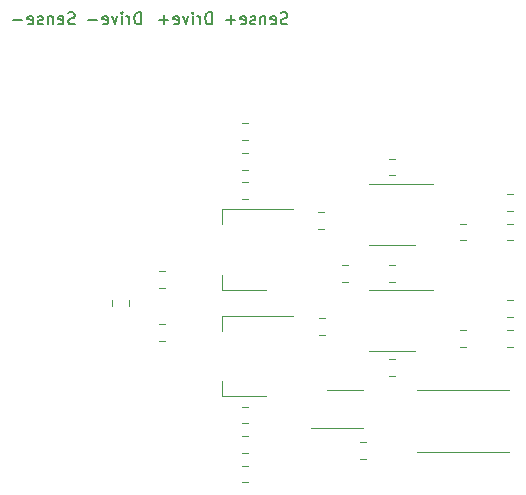
<source format=gbr>
%TF.GenerationSoftware,KiCad,Pcbnew,(5.1.6)-1*%
%TF.CreationDate,2020-11-02T11:11:50+01:00*%
%TF.ProjectId,ltz10v,6c747a31-3076-42e6-9b69-6361645f7063,rev?*%
%TF.SameCoordinates,Original*%
%TF.FileFunction,Legend,Bot*%
%TF.FilePolarity,Positive*%
%FSLAX46Y46*%
G04 Gerber Fmt 4.6, Leading zero omitted, Abs format (unit mm)*
G04 Created by KiCad (PCBNEW (5.1.6)-1) date 2020-11-02 11:11:50*
%MOMM*%
%LPD*%
G01*
G04 APERTURE LIST*
%ADD10C,0.120000*%
%ADD11C,0.150000*%
G04 APERTURE END LIST*
D10*
%TO.C,R940*%
X168113748Y-101660000D02*
X175886252Y-101660000D01*
X168113748Y-96340000D02*
X175886252Y-96340000D01*
%TO.C,R942*%
X171741422Y-91290000D02*
X172258578Y-91290000D01*
X171741422Y-92710000D02*
X172258578Y-92710000D01*
%TO.C,R941*%
X175741422Y-91290000D02*
X176258578Y-91290000D01*
X175741422Y-92710000D02*
X176258578Y-92710000D01*
%TO.C,R939*%
X142290000Y-89258578D02*
X142290000Y-88741422D01*
X143710000Y-89258578D02*
X143710000Y-88741422D01*
%TO.C,R938*%
X163758578Y-102210000D02*
X163241422Y-102210000D01*
X163758578Y-100790000D02*
X163241422Y-100790000D01*
%TO.C,C33*%
X165741422Y-85790000D02*
X166258578Y-85790000D01*
X165741422Y-87210000D02*
X166258578Y-87210000D01*
%TO.C,C32*%
X153758578Y-104210000D02*
X153241422Y-104210000D01*
X153758578Y-102790000D02*
X153241422Y-102790000D01*
%TO.C,C31*%
X153758578Y-101710000D02*
X153241422Y-101710000D01*
X153758578Y-100290000D02*
X153241422Y-100290000D01*
%TO.C,C30*%
X175741422Y-88790000D02*
X176258578Y-88790000D01*
X175741422Y-90210000D02*
X176258578Y-90210000D01*
%TO.C,C29*%
X165741422Y-93790000D02*
X166258578Y-93790000D01*
X165741422Y-95210000D02*
X166258578Y-95210000D01*
%TO.C,C28*%
X161741422Y-85790000D02*
X162258578Y-85790000D01*
X161741422Y-87210000D02*
X162258578Y-87210000D01*
%TO.C,C27*%
X153758578Y-75210000D02*
X153241422Y-75210000D01*
X153758578Y-73790000D02*
X153241422Y-73790000D01*
%TO.C,C26*%
X153758578Y-77710000D02*
X153241422Y-77710000D01*
X153758578Y-76290000D02*
X153241422Y-76290000D01*
%TO.C,C25*%
X165741422Y-76790000D02*
X166258578Y-76790000D01*
X165741422Y-78210000D02*
X166258578Y-78210000D01*
%TO.C,RN1*%
X162000000Y-99610000D02*
X159125000Y-99610000D01*
X162000000Y-99610000D02*
X163500000Y-99610000D01*
X162000000Y-96390000D02*
X160500000Y-96390000D01*
X162000000Y-96390000D02*
X163500000Y-96390000D01*
%TO.C,R935*%
X153241422Y-97790000D02*
X153758578Y-97790000D01*
X153241422Y-99210000D02*
X153758578Y-99210000D01*
%TO.C,R934*%
X159803922Y-90290000D02*
X160321078Y-90290000D01*
X159803922Y-91710000D02*
X160321078Y-91710000D01*
%TO.C,R933*%
X146758578Y-92210000D02*
X146241422Y-92210000D01*
X146758578Y-90790000D02*
X146241422Y-90790000D01*
%TO.C,R932*%
X146241422Y-86290000D02*
X146758578Y-86290000D01*
X146241422Y-87710000D02*
X146758578Y-87710000D01*
%TO.C,R931*%
X159741422Y-81290000D02*
X160258578Y-81290000D01*
X159741422Y-82710000D02*
X160258578Y-82710000D01*
%TO.C,R930*%
X171741422Y-82290000D02*
X172258578Y-82290000D01*
X171741422Y-83710000D02*
X172258578Y-83710000D01*
%TO.C,R929*%
X175741422Y-82290000D02*
X176258578Y-82290000D01*
X175741422Y-83710000D02*
X176258578Y-83710000D01*
%TO.C,R928*%
X153241422Y-78790000D02*
X153758578Y-78790000D01*
X153241422Y-80210000D02*
X153758578Y-80210000D01*
%TO.C,Q5*%
X157600000Y-90090000D02*
X151590000Y-90090000D01*
X155350000Y-96910000D02*
X151590000Y-96910000D01*
X151590000Y-90090000D02*
X151590000Y-91350000D01*
X151590000Y-96910000D02*
X151590000Y-95650000D01*
%TO.C,Q4*%
X157600000Y-81090000D02*
X151590000Y-81090000D01*
X155350000Y-87910000D02*
X151590000Y-87910000D01*
X151590000Y-81090000D02*
X151590000Y-82350000D01*
X151590000Y-87910000D02*
X151590000Y-86650000D01*
%TO.C,C19*%
X175741422Y-79790000D02*
X176258578Y-79790000D01*
X175741422Y-81210000D02*
X176258578Y-81210000D01*
%TO.C,U2*%
X166000000Y-93060000D02*
X164050000Y-93060000D01*
X166000000Y-93060000D02*
X167950000Y-93060000D01*
X166000000Y-87940000D02*
X164050000Y-87940000D01*
X166000000Y-87940000D02*
X169450000Y-87940000D01*
%TO.C,U1*%
X166000000Y-84060000D02*
X164050000Y-84060000D01*
X166000000Y-84060000D02*
X167950000Y-84060000D01*
X166000000Y-78940000D02*
X164050000Y-78940000D01*
X166000000Y-78940000D02*
X169450000Y-78940000D01*
%TO.C,J12*%
D11*
X144738095Y-65412380D02*
X144738095Y-64412380D01*
X144500000Y-64412380D01*
X144357142Y-64460000D01*
X144261904Y-64555238D01*
X144214285Y-64650476D01*
X144166666Y-64840952D01*
X144166666Y-64983809D01*
X144214285Y-65174285D01*
X144261904Y-65269523D01*
X144357142Y-65364761D01*
X144500000Y-65412380D01*
X144738095Y-65412380D01*
X143738095Y-65412380D02*
X143738095Y-64745714D01*
X143738095Y-64936190D02*
X143690476Y-64840952D01*
X143642857Y-64793333D01*
X143547619Y-64745714D01*
X143452380Y-64745714D01*
X143119047Y-65412380D02*
X143119047Y-64745714D01*
X143119047Y-64412380D02*
X143166666Y-64460000D01*
X143119047Y-64507619D01*
X143071428Y-64460000D01*
X143119047Y-64412380D01*
X143119047Y-64507619D01*
X142738095Y-64745714D02*
X142500000Y-65412380D01*
X142261904Y-64745714D01*
X141500000Y-65364761D02*
X141595238Y-65412380D01*
X141785714Y-65412380D01*
X141880952Y-65364761D01*
X141928571Y-65269523D01*
X141928571Y-64888571D01*
X141880952Y-64793333D01*
X141785714Y-64745714D01*
X141595238Y-64745714D01*
X141500000Y-64793333D01*
X141452380Y-64888571D01*
X141452380Y-64983809D01*
X141928571Y-65079047D01*
X141023809Y-65031428D02*
X140261904Y-65031428D01*
%TO.C,J11*%
X139119047Y-65364761D02*
X138976190Y-65412380D01*
X138738095Y-65412380D01*
X138642857Y-65364761D01*
X138595238Y-65317142D01*
X138547619Y-65221904D01*
X138547619Y-65126666D01*
X138595238Y-65031428D01*
X138642857Y-64983809D01*
X138738095Y-64936190D01*
X138928571Y-64888571D01*
X139023809Y-64840952D01*
X139071428Y-64793333D01*
X139119047Y-64698095D01*
X139119047Y-64602857D01*
X139071428Y-64507619D01*
X139023809Y-64460000D01*
X138928571Y-64412380D01*
X138690476Y-64412380D01*
X138547619Y-64460000D01*
X137738095Y-65364761D02*
X137833333Y-65412380D01*
X138023809Y-65412380D01*
X138119047Y-65364761D01*
X138166666Y-65269523D01*
X138166666Y-64888571D01*
X138119047Y-64793333D01*
X138023809Y-64745714D01*
X137833333Y-64745714D01*
X137738095Y-64793333D01*
X137690476Y-64888571D01*
X137690476Y-64983809D01*
X138166666Y-65079047D01*
X137261904Y-64745714D02*
X137261904Y-65412380D01*
X137261904Y-64840952D02*
X137214285Y-64793333D01*
X137119047Y-64745714D01*
X136976190Y-64745714D01*
X136880952Y-64793333D01*
X136833333Y-64888571D01*
X136833333Y-65412380D01*
X136404761Y-65364761D02*
X136309523Y-65412380D01*
X136119047Y-65412380D01*
X136023809Y-65364761D01*
X135976190Y-65269523D01*
X135976190Y-65221904D01*
X136023809Y-65126666D01*
X136119047Y-65079047D01*
X136261904Y-65079047D01*
X136357142Y-65031428D01*
X136404761Y-64936190D01*
X136404761Y-64888571D01*
X136357142Y-64793333D01*
X136261904Y-64745714D01*
X136119047Y-64745714D01*
X136023809Y-64793333D01*
X135166666Y-65364761D02*
X135261904Y-65412380D01*
X135452380Y-65412380D01*
X135547619Y-65364761D01*
X135595238Y-65269523D01*
X135595238Y-64888571D01*
X135547619Y-64793333D01*
X135452380Y-64745714D01*
X135261904Y-64745714D01*
X135166666Y-64793333D01*
X135119047Y-64888571D01*
X135119047Y-64983809D01*
X135595238Y-65079047D01*
X134690476Y-65031428D02*
X133928571Y-65031428D01*
%TO.C,J10*%
X150738095Y-65412380D02*
X150738095Y-64412380D01*
X150500000Y-64412380D01*
X150357142Y-64460000D01*
X150261904Y-64555238D01*
X150214285Y-64650476D01*
X150166666Y-64840952D01*
X150166666Y-64983809D01*
X150214285Y-65174285D01*
X150261904Y-65269523D01*
X150357142Y-65364761D01*
X150500000Y-65412380D01*
X150738095Y-65412380D01*
X149738095Y-65412380D02*
X149738095Y-64745714D01*
X149738095Y-64936190D02*
X149690476Y-64840952D01*
X149642857Y-64793333D01*
X149547619Y-64745714D01*
X149452380Y-64745714D01*
X149119047Y-65412380D02*
X149119047Y-64745714D01*
X149119047Y-64412380D02*
X149166666Y-64460000D01*
X149119047Y-64507619D01*
X149071428Y-64460000D01*
X149119047Y-64412380D01*
X149119047Y-64507619D01*
X148738095Y-64745714D02*
X148500000Y-65412380D01*
X148261904Y-64745714D01*
X147500000Y-65364761D02*
X147595238Y-65412380D01*
X147785714Y-65412380D01*
X147880952Y-65364761D01*
X147928571Y-65269523D01*
X147928571Y-64888571D01*
X147880952Y-64793333D01*
X147785714Y-64745714D01*
X147595238Y-64745714D01*
X147500000Y-64793333D01*
X147452380Y-64888571D01*
X147452380Y-64983809D01*
X147928571Y-65079047D01*
X147023809Y-65031428D02*
X146261904Y-65031428D01*
X146642857Y-65412380D02*
X146642857Y-64650476D01*
%TO.C,J9*%
X157119047Y-65364761D02*
X156976190Y-65412380D01*
X156738095Y-65412380D01*
X156642857Y-65364761D01*
X156595238Y-65317142D01*
X156547619Y-65221904D01*
X156547619Y-65126666D01*
X156595238Y-65031428D01*
X156642857Y-64983809D01*
X156738095Y-64936190D01*
X156928571Y-64888571D01*
X157023809Y-64840952D01*
X157071428Y-64793333D01*
X157119047Y-64698095D01*
X157119047Y-64602857D01*
X157071428Y-64507619D01*
X157023809Y-64460000D01*
X156928571Y-64412380D01*
X156690476Y-64412380D01*
X156547619Y-64460000D01*
X155738095Y-65364761D02*
X155833333Y-65412380D01*
X156023809Y-65412380D01*
X156119047Y-65364761D01*
X156166666Y-65269523D01*
X156166666Y-64888571D01*
X156119047Y-64793333D01*
X156023809Y-64745714D01*
X155833333Y-64745714D01*
X155738095Y-64793333D01*
X155690476Y-64888571D01*
X155690476Y-64983809D01*
X156166666Y-65079047D01*
X155261904Y-64745714D02*
X155261904Y-65412380D01*
X155261904Y-64840952D02*
X155214285Y-64793333D01*
X155119047Y-64745714D01*
X154976190Y-64745714D01*
X154880952Y-64793333D01*
X154833333Y-64888571D01*
X154833333Y-65412380D01*
X154404761Y-65364761D02*
X154309523Y-65412380D01*
X154119047Y-65412380D01*
X154023809Y-65364761D01*
X153976190Y-65269523D01*
X153976190Y-65221904D01*
X154023809Y-65126666D01*
X154119047Y-65079047D01*
X154261904Y-65079047D01*
X154357142Y-65031428D01*
X154404761Y-64936190D01*
X154404761Y-64888571D01*
X154357142Y-64793333D01*
X154261904Y-64745714D01*
X154119047Y-64745714D01*
X154023809Y-64793333D01*
X153166666Y-65364761D02*
X153261904Y-65412380D01*
X153452380Y-65412380D01*
X153547619Y-65364761D01*
X153595238Y-65269523D01*
X153595238Y-64888571D01*
X153547619Y-64793333D01*
X153452380Y-64745714D01*
X153261904Y-64745714D01*
X153166666Y-64793333D01*
X153119047Y-64888571D01*
X153119047Y-64983809D01*
X153595238Y-65079047D01*
X152690476Y-65031428D02*
X151928571Y-65031428D01*
X152309523Y-65412380D02*
X152309523Y-64650476D01*
%TD*%
M02*

</source>
